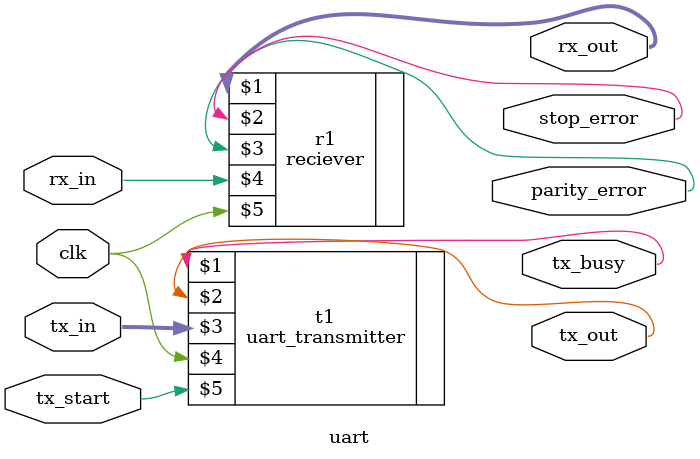
<source format=v>
`timescale 1ns / 1ps
module uart(tx_busy,tx_out,rx_out,stop_error,parity_error,rx_in,tx_in,tx_start,clk);
		input clk,tx_start,rx_in;
		input[7:0] tx_in;
		output tx_busy,stop_error,parity_error,tx_out;
		output[7:0] rx_out;
		
		uart_transmitter t1(tx_busy,tx_out,tx_in,clk,tx_start);
		reciever r1(rx_out,stop_error,parity_error,rx_in,clk);

endmodule

</source>
